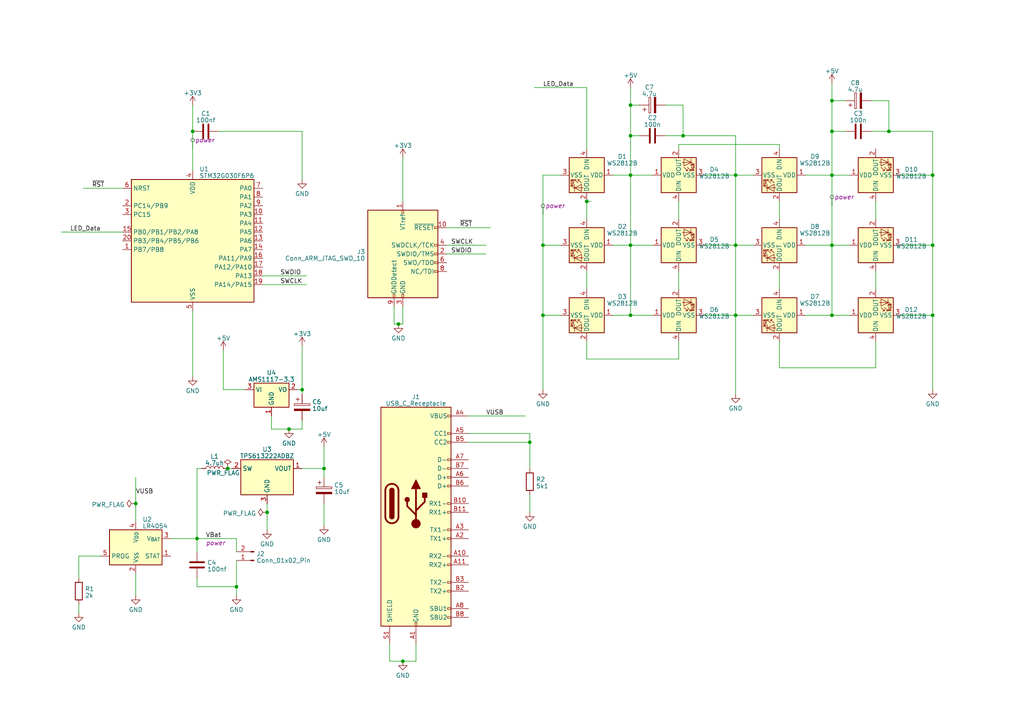
<source format=kicad_sch>
(kicad_sch (version 20230121) (generator eeschema)
  (paper "A4")
  (lib_symbols
    (symbol "Battery_Management:MCP73831-2-OT"
      (property "Reference" "U" (at -7.62 6.35 0))
      (property "Value" "MCP73831-2-OT" (at 1.27 6.35 0))
      (symbol "MCP73831-2-OT_0_1"
        (rectangle (start -7.62 5.08) (end 7.62 -5.08) (stroke (width 0.254)) (fill (type background)))
      )
      (symbol "MCP73831-2-OT_1_1"
        (pin output line (at 10.16 -2.54 180) (length 2.54) (name "STAT") (number "1"))
        (pin power_in line (at 0 -7.62 90) (length 2.54) (name "V_{SS}") (number "2"))
        (pin power_out line (at 10.16 2.54 180) (length 2.54) (name "V_{BAT}") (number "3"))
        (pin power_in line (at 0 7.62 270) (length 2.54) (name "V_{DD}") (number "4"))
        (pin input line (at -10.16 -2.54 0) (length 2.54) (name "PROG") (number "5"))
      )
    )
    (symbol "Connector:Conn_01x02_Pin" (pin_names (offset 1.016) hide)
      (property "Reference" "J" (at 0 2.54 0))
      (property "Value" "Conn_01x02_Pin" (at 0 -5.08 0))
      (symbol "Conn_01x02_Pin_1_1"
        (polyline (pts (xy 1.27 -2.54) (xy 0.8636 -2.54)) (stroke (width 0.1524)))
        (polyline (pts (xy 1.27 0) (xy 0.8636 0)) (stroke (width 0.1524)))
        (rectangle (start 0.8636 -2.413) (end 0 -2.667) (stroke (width 0.1524)) (fill (type outline)))
        (rectangle (start 0.8636 0.127) (end 0 -0.127) (stroke (width 0.1524)) (fill (type outline)))
        (pin passive line (at 5.08 0 180) (length 3.81) (name "Pin_1") (number "1"))
        (pin passive line (at 5.08 -2.54 180) (length 3.81) (name "Pin_2") (number "2"))
      )
    )
    (symbol "Connector:Conn_ARM_JTAG_SWD_10" (pin_names (offset 1.016))
      (property "Reference" "J" (at -2.54 16.51 0))
      (property "Value" "Conn_ARM_JTAG_SWD_10" (at -2.54 13.97 0))
      (symbol "Conn_ARM_JTAG_SWD_10_0_1"
        (rectangle (start -10.16 12.7) (end 10.16 -12.7) (stroke (width 0.254)) (fill (type background)))
        (rectangle (start -2.794 -12.7) (end -2.286 -11.684))
        (rectangle (start -0.254 -12.7) (end 0.254 -11.684))
        (rectangle (start -0.254 12.7) (end 0.254 11.684))
        (rectangle (start 9.144 2.286) (end 10.16 2.794))
        (rectangle (start 10.16 -2.794) (end 9.144 -2.286))
        (rectangle (start 10.16 -0.254) (end 9.144 0.254))
        (rectangle (start 10.16 7.874) (end 9.144 7.366))
      )
      (symbol "Conn_ARM_JTAG_SWD_10_1_1"
        (rectangle (start 9.144 -5.334) (end 10.16 -4.826))
        (pin power_in line (at 0 15.24 270) (length 2.54) (name "VTref") (number "1"))
        (pin open_collector line (at 12.7 7.62 180) (length 2.54) (name "~{RESET}") (number "10"))
        (pin bidirectional line (at 12.7 0 180) (length 2.54) (name "SWDIO/TMS") (number "2"))
        (pin power_in line (at 0 -15.24 90) (length 2.54) (name "GND") (number "3"))
        (pin output line (at 12.7 2.54 180) (length 2.54) (name "SWDCLK/TCK") (number "4"))
        (pin passive line (at 0 -15.24 90) (length 2.54) hide (name "GND") (number "5"))
        (pin input line (at 12.7 -2.54 180) (length 2.54) (name "SWO/TDO") (number "6"))
        (pin no_connect line (at -10.16 0 0) (length 2.54) hide (name "KEY") (number "7"))
        (pin output line (at 12.7 -5.08 180) (length 2.54) (name "NC/TDI") (number "8"))
        (pin passive line (at -2.54 -15.24 90) (length 2.54) (name "GNDDetect") (number "9"))
      )
    )
    (symbol "Connector:USB_C_Receptacle" (pin_names (offset 1.016))
      (property "Reference" "J" (at -10.16 29.21 0))
      (property "Value" "USB_C_Receptacle" (at 10.16 29.21 0))
      (symbol "USB_C_Receptacle_0_0"
        (rectangle (start -0.254 -35.56) (end 0.254 -34.544))
        (rectangle (start 10.16 -32.766) (end 9.144 -33.274))
        (rectangle (start 10.16 -30.226) (end 9.144 -30.734))
        (rectangle (start 10.16 -25.146) (end 9.144 -25.654))
        (rectangle (start 10.16 -22.606) (end 9.144 -23.114))
        (rectangle (start 10.16 -17.526) (end 9.144 -18.034))
        (rectangle (start 10.16 -14.986) (end 9.144 -15.494))
        (rectangle (start 10.16 -9.906) (end 9.144 -10.414))
        (rectangle (start 10.16 -7.366) (end 9.144 -7.874))
        (rectangle (start 10.16 -2.286) (end 9.144 -2.794))
        (rectangle (start 10.16 0.254) (end 9.144 -0.254))
        (rectangle (start 10.16 5.334) (end 9.144 4.826))
        (rectangle (start 10.16 7.874) (end 9.144 7.366))
        (rectangle (start 10.16 10.414) (end 9.144 9.906))
        (rectangle (start 10.16 12.954) (end 9.144 12.446))
        (rectangle (start 10.16 18.034) (end 9.144 17.526))
        (rectangle (start 10.16 20.574) (end 9.144 20.066))
        (rectangle (start 10.16 25.654) (end 9.144 25.146))
      )
      (symbol "USB_C_Receptacle_0_1"
        (rectangle (start -10.16 27.94) (end 10.16 -35.56) (stroke (width 0.254)) (fill (type background)))
        (arc (start -8.89 -3.81) (mid -6.985 -5.7067) (end -5.08 -3.81) (stroke (width 0.508)))
        (arc (start -7.62 -3.81) (mid -6.985 -4.4423) (end -6.35 -3.81) (stroke (width 0.254)))
        (arc (start -7.62 -3.81) (mid -6.985 -4.4423) (end -6.35 -3.81) (stroke (width 0.254)) (fill (type outline)))
        (rectangle (start -7.62 -3.81) (end -6.35 3.81) (stroke (width 0.254)) (fill (type outline)))
        (arc (start -6.35 3.81) (mid -6.985 4.4423) (end -7.62 3.81) (stroke (width 0.254)))
        (arc (start -6.35 3.81) (mid -6.985 4.4423) (end -7.62 3.81) (stroke (width 0.254)) (fill (type outline)))
        (arc (start -5.08 3.81) (mid -6.985 5.7067) (end -8.89 3.81) (stroke (width 0.508)))
        (polyline (pts (xy -8.89 -3.81) (xy -8.89 3.81)) (stroke (width 0.508)))
        (polyline (pts (xy -5.08 3.81) (xy -5.08 -3.81)) (stroke (width 0.508)))
      )
      (symbol "USB_C_Receptacle_1_1"
        (circle (center -2.54 1.143) (radius 0.635) (stroke (width 0.254)) (fill (type outline)))
        (circle (center 0 -5.842) (radius 1.27) (fill (type outline)))
        (polyline (pts (xy 0 -5.842) (xy 0 4.318)) (stroke (width 0.508)))
        (polyline (pts (xy 0 -3.302) (xy -2.54 -0.762) (xy -2.54 0.508)) (stroke (width 0.508)))
        (polyline (pts (xy 0 -2.032) (xy 2.54 0.508) (xy 2.54 1.778)) (stroke (width 0.508)))
        (polyline (pts (xy -1.27 4.318) (xy 0 6.858) (xy 1.27 4.318) (xy -1.27 4.318)) (stroke (width 0.254)) (fill (type outline)))
        (rectangle (start 1.905 1.778) (end 3.175 3.048) (stroke (width 0.254)) (fill (type outline)))
        (pin passive line (at 0 -40.64 90) (length 5.08) (name "GND") (number "A1"))
        (pin bidirectional line (at 15.24 -15.24 180) (length 5.08) (name "RX2-") (number "A10"))
        (pin bidirectional line (at 15.24 -17.78 180) (length 5.08) (name "RX2+") (number "A11"))
        (pin passive line (at 0 -40.64 90) (length 5.08) hide (name "GND") (number "A12"))
        (pin bidirectional line (at 15.24 -10.16 180) (length 5.08) (name "TX1+") (number "A2"))
        (pin bidirectional line (at 15.24 -7.62 180) (length 5.08) (name "TX1-") (number "A3"))
        (pin passive line (at 15.24 25.4 180) (length 5.08) (name "VBUS") (number "A4"))
        (pin bidirectional line (at 15.24 20.32 180) (length 5.08) (name "CC1") (number "A5"))
        (pin bidirectional line (at 15.24 7.62 180) (length 5.08) (name "D+") (number "A6"))
        (pin bidirectional line (at 15.24 12.7 180) (length 5.08) (name "D-") (number "A7"))
        (pin bidirectional line (at 15.24 -30.48 180) (length 5.08) (name "SBU1") (number "A8"))
        (pin passive line (at 15.24 25.4 180) (length 5.08) hide (name "VBUS") (number "A9"))
        (pin passive line (at 0 -40.64 90) (length 5.08) hide (name "GND") (number "B1"))
        (pin bidirectional line (at 15.24 0 180) (length 5.08) (name "RX1-") (number "B10"))
        (pin bidirectional line (at 15.24 -2.54 180) (length 5.08) (name "RX1+") (number "B11"))
        (pin passive line (at 0 -40.64 90) (length 5.08) hide (name "GND") (number "B12"))
        (pin bidirectional line (at 15.24 -25.4 180) (length 5.08) (name "TX2+") (number "B2"))
        (pin bidirectional line (at 15.24 -22.86 180) (length 5.08) (name "TX2-") (number "B3"))
        (pin passive line (at 15.24 25.4 180) (length 5.08) hide (name "VBUS") (number "B4"))
        (pin bidirectional line (at 15.24 17.78 180) (length 5.08) (name "CC2") (number "B5"))
        (pin bidirectional line (at 15.24 5.08 180) (length 5.08) (name "D+") (number "B6"))
        (pin bidirectional line (at 15.24 10.16 180) (length 5.08) (name "D-") (number "B7"))
        (pin bidirectional line (at 15.24 -33.02 180) (length 5.08) (name "SBU2") (number "B8"))
        (pin passive line (at 15.24 25.4 180) (length 5.08) hide (name "VBUS") (number "B9"))
        (pin passive line (at -7.62 -40.64 90) (length 5.08) (name "SHIELD") (number "S1"))
      )
    )
    (symbol "Device:C" (pin_numbers hide) (pin_names (offset 0.254))
      (property "Reference" "C" (at 0.635 2.54 0))
      (property "Value" "C" (at 0.635 -2.54 0))
      (symbol "C_0_1"
        (polyline (pts (xy -2.032 -0.762) (xy 2.032 -0.762)) (stroke (width 0.508)))
        (polyline (pts (xy -2.032 0.762) (xy 2.032 0.762)) (stroke (width 0.508)))
      )
      (symbol "C_1_1"
        (pin passive line (at 0 3.81 270) (length 2.794) (name "~") (number "1"))
        (pin passive line (at 0 -3.81 90) (length 2.794) (name "~") (number "2"))
      )
    )
    (symbol "Device:C_Polarized" (pin_numbers hide) (pin_names (offset 0.254))
      (property "Reference" "C" (at 0.635 2.54 0))
      (property "Value" "C_Polarized" (at 0.635 -2.54 0))
      (symbol "C_Polarized_0_1"
        (rectangle (start -2.286 0.508) (end 2.286 1.016))
        (polyline (pts (xy -1.778 2.286) (xy -0.762 2.286)))
        (polyline (pts (xy -1.27 2.794) (xy -1.27 1.778)))
        (rectangle (start 2.286 -0.508) (end -2.286 -1.016) (fill (type outline)))
      )
      (symbol "C_Polarized_1_1"
        (pin passive line (at 0 3.81 270) (length 2.794) (name "~") (number "1"))
        (pin passive line (at 0 -3.81 90) (length 2.794) (name "~") (number "2"))
      )
    )
    (symbol "Device:L" (pin_numbers hide) (pin_names (offset 1.016) hide)
      (property "Reference" "L" (at -1.27 0 90))
      (property "Value" "L" (at 1.905 0 90))
      (symbol "L_0_1"
        (arc (start 0 -2.54) (mid 0.6323 -1.905) (end 0 -1.27))
        (arc (start 0 -1.27) (mid 0.6323 -0.635) (end 0 0))
        (arc (start 0 0) (mid 0.6323 0.635) (end 0 1.27))
        (arc (start 0 1.27) (mid 0.6323 1.905) (end 0 2.54))
      )
      (symbol "L_1_1"
        (pin passive line (at 0 3.81 270) (length 1.27) (name "1") (number "1"))
        (pin passive line (at 0 -3.81 90) (length 1.27) (name "2") (number "2"))
      )
    )
    (symbol "Device:R" (pin_numbers hide) (pin_names (offset 0))
      (property "Reference" "R" (at 2.032 0 90))
      (property "Value" "R" (at 0 0 90))
      (symbol "R_0_1"
        (rectangle (start -1.016 -2.54) (end 1.016 2.54) (stroke (width 0.254)))
      )
      (symbol "R_1_1"
        (pin passive line (at 0 3.81 270) (length 1.27) (name "~") (number "1"))
        (pin passive line (at 0 -3.81 90) (length 1.27) (name "~") (number "2"))
      )
    )
    (symbol "LED:WS2812B" (pin_names (offset 0.254))
      (property "Reference" "D" (at 5.08 5.715 0))
      (property "Value" "WS2812B" (at 1.27 -5.715 0))
      (symbol "WS2812B_0_0"
        (text "RGB" (at 2.286 -4.191 0) (effects (font (size 0.762 0.762))))
      )
      (symbol "WS2812B_0_1"
        (polyline (pts (xy 1.27 -3.556) (xy 1.778 -3.556)))
        (polyline (pts (xy 1.27 -2.54) (xy 1.778 -2.54)))
        (polyline (pts (xy 4.699 -3.556) (xy 2.667 -3.556)))
        (polyline (pts (xy 2.286 -2.54) (xy 1.27 -3.556) (xy 1.27 -3.048)))
        (polyline (pts (xy 2.286 -1.524) (xy 1.27 -2.54) (xy 1.27 -2.032)))
        (polyline (pts (xy 3.683 -1.016) (xy 3.683 -3.556) (xy 3.683 -4.064)))
        (polyline (pts (xy 4.699 -1.524) (xy 2.667 -1.524) (xy 3.683 -3.556) (xy 4.699 -1.524)))
        (rectangle (start 5.08 5.08) (end -5.08 -5.08) (stroke (width 0.254)) (fill (type background)))
      )
      (symbol "WS2812B_1_1"
        (pin power_in line (at 0 7.62 270) (length 2.54) (name "VDD") (number "1"))
        (pin output line (at 7.62 0 180) (length 2.54) (name "DOUT") (number "2"))
        (pin power_in line (at 0 -7.62 90) (length 2.54) (name "VSS") (number "3"))
        (pin input line (at -7.62 0 0) (length 2.54) (name "DIN") (number "4"))
      )
    )
    (symbol "MCU_ST_STM32G0:STM32G030F6Px"
      (property "Reference" "U" (at -17.78 19.05 0))
      (property "Value" "STM32G030F6Px" (at 2.54 19.05 0))
      (symbol "STM32G030F6Px_0_1"
        (rectangle (start -17.78 -17.78) (end 17.78 17.78) (stroke (width 0.254)) (fill (type background)))
      )
      (symbol "STM32G030F6Px_1_1"
        (pin bidirectional line (at -20.32 -2.54 0) (length 2.54) (name "PB7/PB8") (number "1"))
        (pin bidirectional line (at 20.32 7.62 180) (length 2.54) (name "PA3") (number "10"))
        (pin bidirectional line (at 20.32 5.08 180) (length 2.54) (name "PA4") (number "11"))
        (pin bidirectional line (at 20.32 2.54 180) (length 2.54) (name "PA5") (number "12"))
        (pin bidirectional line (at 20.32 0 180) (length 2.54) (name "PA6") (number "13"))
        (pin bidirectional line (at 20.32 -2.54 180) (length 2.54) (name "PA7") (number "14"))
        (pin bidirectional line (at -20.32 2.54 0) (length 2.54) (name "PB0/PB1/PB2/PA8") (number "15"))
        (pin bidirectional line (at 20.32 -5.08 180) (length 2.54) (name "PA11/PA9") (number "16"))
        (pin bidirectional line (at 20.32 -7.62 180) (length 2.54) (name "PA12/PA10") (number "17"))
        (pin bidirectional line (at 20.32 -10.16 180) (length 2.54) (name "PA13") (number "18"))
        (pin bidirectional line (at 20.32 -12.7 180) (length 2.54) (name "PA14/PA15") (number "19"))
        (pin bidirectional line (at -20.32 10.16 0) (length 2.54) (name "PC14/PB9") (number "2"))
        (pin bidirectional line (at -20.32 0 0) (length 2.54) (name "PB3/PB4/PB5/PB6") (number "20"))
        (pin bidirectional line (at -20.32 7.62 0) (length 2.54) (name "PC15") (number "3"))
        (pin power_in line (at 0 20.32 270) (length 2.54) (name "VDD") (number "4"))
        (pin power_in line (at 0 -20.32 90) (length 2.54) (name "VSS") (number "5"))
        (pin input line (at -20.32 15.24 0) (length 2.54) (name "NRST") (number "6"))
        (pin bidirectional line (at 20.32 15.24 180) (length 2.54) (name "PA0") (number "7"))
        (pin bidirectional line (at 20.32 12.7 180) (length 2.54) (name "PA1") (number "8"))
        (pin bidirectional line (at 20.32 10.16 180) (length 2.54) (name "PA2") (number "9"))
      )
    )
    (symbol "Regulator_Linear:AMS1117-3.3"
      (property "Reference" "U" (at -3.81 3.175 0))
      (property "Value" "AMS1117-3.3" (at 0 3.175 0))
      (symbol "AMS1117-3.3_0_1"
        (rectangle (start -5.08 -5.08) (end 5.08 1.905) (stroke (width 0.254)) (fill (type background)))
      )
      (symbol "AMS1117-3.3_1_1"
        (pin power_in line (at 0 -7.62 90) (length 2.54) (name "GND") (number "1"))
        (pin power_out line (at 7.62 0 180) (length 2.54) (name "VO") (number "2"))
        (pin power_in line (at -7.62 0 0) (length 2.54) (name "VI") (number "3"))
      )
    )
    (symbol "Regulator_Switching:TPS613222ADBZ"
      (property "Reference" "U" (at -7.62 6.35 0))
      (property "Value" "TPS613222ADBZ" (at 2.54 6.35 0))
      (symbol "TPS613222ADBZ_0_1"
        (rectangle (start -7.62 5.08) (end 7.62 -5.08) (stroke (width 0.254)) (fill (type background)))
      )
      (symbol "TPS613222ADBZ_1_1"
        (pin power_out line (at 10.16 2.54 180) (length 2.54) (name "VOUT") (number "1"))
        (pin power_in line (at -10.16 2.54 0) (length 2.54) (name "SW") (number "2"))
        (pin power_in line (at 0 -7.62 90) (length 2.54) (name "GND") (number "3"))
      )
    )
    (symbol "power:+3V3" (power) (pin_names (offset 0))
      (property "Value" "+3V3" (at 0 3.556 0))
      (symbol "+3V3_0_1"
        (polyline (pts (xy -0.762 1.27) (xy 0 2.54)))
        (polyline (pts (xy 0 0) (xy 0 2.54)))
        (polyline (pts (xy 0 2.54) (xy 0.762 1.27)))
      )
      (symbol "+3V3_1_1"
        (pin power_in line (at 0 0 90) (length 0) hide (name "+3V3") (number "1"))
      )
    )
    (symbol "power:+5V" (power) (pin_names (offset 0))
      (property "Value" "+5V" (at 0 3.556 0))
      (symbol "+5V_0_1"
        (polyline (pts (xy -0.762 1.27) (xy 0 2.54)))
        (polyline (pts (xy 0 0) (xy 0 2.54)))
        (polyline (pts (xy 0 2.54) (xy 0.762 1.27)))
      )
      (symbol "+5V_1_1"
        (pin power_in line (at 0 0 90) (length 0) hide (name "+5V") (number "1"))
      )
    )
    (symbol "power:GND" (power) (pin_names (offset 0))
      (property "Value" "GND" (at 0 -3.81 0))
      (symbol "GND_0_1"
        (polyline (pts (xy 0 0) (xy 0 -1.27) (xy 1.27 -1.27) (xy 0 -2.54) (xy -1.27 -1.27) (xy 0 -1.27)))
      )
      (symbol "GND_1_1"
        (pin power_in line (at 0 0 270) (length 0) hide (name "GND") (number "1"))
      )
    )
    (symbol "power:PWR_FLAG" (power) (pin_numbers hide) (pin_names (offset 0) hide)
      (property "Value" "PWR_FLAG" (at 0 3.81 0))
      (symbol "PWR_FLAG_0_0"
        (pin power_out line (at 0 0 90) (length 0) (name "pwr") (number "1"))
      )
      (symbol "PWR_FLAG_0_1"
        (polyline (pts (xy 0 0) (xy 0 1.27) (xy -1.016 1.905) (xy 0 2.54) (xy 1.016 1.905) (xy 0 1.27)))
      )
    )
  )
  (junction (at 198.12 39.37))
  (junction (at 182.88 39.37))
  (junction (at 213.36 50.8))
  (junction (at 153.67 128.27))
  (junction (at 68.58 170.18))
  (junction (at 83.82 124.46))
  (junction (at 39.37 146.05))
  (junction (at 182.88 91.44))
  (junction (at 241.3 91.44))
  (junction (at 182.88 71.12))
  (junction (at 93.98 135.89))
  (junction (at 182.88 30.48))
  (junction (at 213.36 91.44))
  (junction (at 270.51 91.44))
  (junction (at 157.48 71.12))
  (junction (at 115.57 93.98))
  (junction (at 87.63 113.03))
  (junction (at 241.3 38.1))
  (junction (at 270.51 50.8))
  (junction (at 182.88 50.8))
  (junction (at 57.15 156.21))
  (junction (at 66.04 135.89))
  (junction (at 213.36 71.12))
  (junction (at 55.88 38.1))
  (junction (at 157.48 91.44))
  (junction (at 257.81 38.1))
  (junction (at 77.47 148.59))
  (junction (at 116.84 191.77))
  (junction (at 241.3 71.12))
  (junction (at 170.18 58.42))
  (junction (at 241.3 50.8))
  (junction (at 270.51 71.12))
  (junction (at 241.3 29.21))
  (wire (pts (xy 204.47 91.44) (xy 213.36 91.44)))
  (wire (pts (xy 241.3 91.44) (xy 246.38 91.44)))
  (wire (pts (xy 252.73 38.1) (xy 257.81 38.1)))
  (wire (pts (xy 170.18 58.42) (xy 170.18 63.5)))
  (wire (pts (xy 241.3 29.21) (xy 241.3 38.1)))
  (wire (pts (xy 213.36 71.12) (xy 218.44 71.12)))
  (wire (pts (xy 116.84 45.72) (xy 116.84 58.42)))
  (wire (pts (xy 226.06 41.91) (xy 226.06 43.18)))
  (wire (pts (xy 57.15 135.89) (xy 58.42 135.89)))
  (wire (pts (xy 153.67 128.27) (xy 153.67 135.89)))
  (wire (pts (xy 93.98 135.89) (xy 93.98 138.43)))
  (wire (pts (xy 213.36 91.44) (xy 213.36 114.3)))
  (wire (pts (xy 87.63 38.1) (xy 87.63 52.07)))
  (wire (pts (xy 157.48 91.44) (xy 162.56 91.44)))
  (wire (pts (xy 17.78 67.31) (xy 35.56 67.31)))
  (wire (pts (xy 55.88 38.1) (xy 55.88 49.53)))
  (wire (pts (xy 71.12 113.03) (xy 64.77 113.03)))
  (wire (pts (xy 177.8 50.8) (xy 182.88 50.8)))
  (wire (pts (xy 204.47 50.8) (xy 213.36 50.8)))
  (wire (pts (xy 87.63 135.89) (xy 93.98 135.89)))
  (wire (pts (xy 170.18 78.74) (xy 170.18 83.82)))
  (wire (pts (xy 270.51 50.8) (xy 270.51 71.12)))
  (wire (pts (xy 182.88 71.12) (xy 189.23 71.12)))
  (wire (pts (xy 226.06 78.74) (xy 226.06 83.82)))
  (wire (pts (xy 87.63 113.03) (xy 87.63 100.33)))
  (wire (pts (xy 120.65 186.69) (xy 120.65 191.77)))
  (wire (pts (xy 157.48 50.8) (xy 157.48 71.12)))
  (wire (pts (xy 257.81 38.1) (xy 270.51 38.1)))
  (wire (pts (xy 226.06 58.42) (xy 226.06 63.5)))
  (wire (pts (xy 129.54 73.66) (xy 140.97 73.66)))
  (wire (pts (xy 182.88 25.4) (xy 182.88 30.48)))
  (wire (pts (xy 68.58 162.56) (xy 68.58 170.18)))
  (wire (pts (xy 93.98 129.54) (xy 93.98 135.89)))
  (wire (pts (xy 170.18 43.18) (xy 170.18 25.4)))
  (wire (pts (xy 64.77 101.6) (xy 64.77 113.03)))
  (wire (pts (xy 233.68 50.8) (xy 241.3 50.8)))
  (wire (pts (xy 182.88 30.48) (xy 185.42 30.48)))
  (wire (pts (xy 226.06 106.68) (xy 254 106.68)))
  (wire (pts (xy 254 78.74) (xy 254 83.82)))
  (wire (pts (xy 257.81 29.21) (xy 257.81 38.1)))
  (wire (pts (xy 135.89 120.65) (xy 152.4 120.65)))
  (wire (pts (xy 252.73 29.21) (xy 257.81 29.21)))
  (wire (pts (xy 29.21 161.29) (xy 22.86 161.29)))
  (wire (pts (xy 129.54 71.12) (xy 140.97 71.12)))
  (wire (pts (xy 57.15 170.18) (xy 68.58 170.18)))
  (wire (pts (xy 241.3 50.8) (xy 241.3 71.12)))
  (wire (pts (xy 87.63 124.46) (xy 83.82 124.46)))
  (wire (pts (xy 241.3 24.13) (xy 241.3 29.21)))
  (wire (pts (xy 182.88 71.12) (xy 182.88 91.44)))
  (wire (pts (xy 233.68 91.44) (xy 241.3 91.44)))
  (wire (pts (xy 261.62 50.8) (xy 270.51 50.8)))
  (wire (pts (xy 116.84 191.77) (xy 120.65 191.77)))
  (wire (pts (xy 233.68 71.12) (xy 241.3 71.12)))
  (wire (pts (xy 261.62 71.12) (xy 270.51 71.12)))
  (wire (pts (xy 76.2 82.55) (xy 88.9 82.55)))
  (wire (pts (xy 162.56 50.8) (xy 157.48 50.8)))
  (wire (pts (xy 87.63 113.03) (xy 86.36 113.03)))
  (wire (pts (xy 204.47 71.12) (xy 213.36 71.12)))
  (wire (pts (xy 226.06 99.06) (xy 226.06 106.68)))
  (wire (pts (xy 241.3 29.21) (xy 245.11 29.21)))
  (wire (pts (xy 78.74 124.46) (xy 78.74 120.65)))
  (wire (pts (xy 39.37 166.37) (xy 39.37 172.72)))
  (wire (pts (xy 193.04 30.48) (xy 198.12 30.48)))
  (wire (pts (xy 177.8 71.12) (xy 182.88 71.12)))
  (wire (pts (xy 57.15 156.21) (xy 68.58 156.21)))
  (wire (pts (xy 270.51 91.44) (xy 270.51 113.03)))
  (wire (pts (xy 213.36 91.44) (xy 218.44 91.44)))
  (wire (pts (xy 135.89 125.73) (xy 153.67 125.73)))
  (wire (pts (xy 116.84 88.9) (xy 116.84 93.98)))
  (wire (pts (xy 87.63 113.03) (xy 87.63 114.3)))
  (wire (pts (xy 157.48 71.12) (xy 157.48 91.44)))
  (wire (pts (xy 196.85 41.91) (xy 226.06 41.91)))
  (wire (pts (xy 241.3 71.12) (xy 241.3 91.44)))
  (wire (pts (xy 196.85 43.18) (xy 196.85 41.91)))
  (wire (pts (xy 57.15 135.89) (xy 57.15 156.21)))
  (wire (pts (xy 182.88 91.44) (xy 189.23 91.44)))
  (wire (pts (xy 157.48 71.12) (xy 162.56 71.12)))
  (wire (pts (xy 66.04 135.89) (xy 67.31 135.89)))
  (wire (pts (xy 198.12 39.37) (xy 213.36 39.37)))
  (wire (pts (xy 254 63.5) (xy 254 58.42)))
  (wire (pts (xy 170.18 104.14) (xy 196.85 104.14)))
  (wire (pts (xy 22.86 175.26) (xy 22.86 177.8)))
  (wire (pts (xy 196.85 104.14) (xy 196.85 99.06)))
  (wire (pts (xy 171.45 58.42) (xy 170.18 58.42)))
  (wire (pts (xy 114.3 93.98) (xy 115.57 93.98)))
  (wire (pts (xy 182.88 50.8) (xy 189.23 50.8)))
  (wire (pts (xy 193.04 39.37) (xy 198.12 39.37)))
  (wire (pts (xy 241.3 71.12) (xy 246.38 71.12)))
  (wire (pts (xy 115.57 93.98) (xy 116.84 93.98)))
  (wire (pts (xy 198.12 30.48) (xy 198.12 39.37)))
  (wire (pts (xy 129.54 66.04) (xy 142.24 66.04)))
  (wire (pts (xy 261.62 91.44) (xy 270.51 91.44)))
  (wire (pts (xy 57.15 156.21) (xy 57.15 160.02)))
  (wire (pts (xy 182.88 50.8) (xy 182.88 71.12)))
  (wire (pts (xy 39.37 146.05) (xy 39.37 151.13)))
  (wire (pts (xy 177.8 91.44) (xy 182.88 91.44)))
  (wire (pts (xy 153.67 125.73) (xy 153.67 128.27)))
  (wire (pts (xy 270.51 38.1) (xy 270.51 50.8)))
  (wire (pts (xy 55.88 30.48) (xy 55.88 38.1)))
  (wire (pts (xy 22.86 161.29) (xy 22.86 167.64)))
  (wire (pts (xy 241.3 38.1) (xy 245.11 38.1)))
  (wire (pts (xy 213.36 50.8) (xy 218.44 50.8)))
  (wire (pts (xy 113.03 186.69) (xy 113.03 191.77)))
  (wire (pts (xy 55.88 90.17) (xy 55.88 109.22)))
  (wire (pts (xy 77.47 146.05) (xy 77.47 148.59)))
  (wire (pts (xy 196.85 83.82) (xy 196.85 78.74)))
  (wire (pts (xy 93.98 146.05) (xy 93.98 152.4)))
  (wire (pts (xy 213.36 71.12) (xy 213.36 91.44)))
  (wire (pts (xy 270.51 71.12) (xy 270.51 91.44)))
  (wire (pts (xy 241.3 38.1) (xy 241.3 50.8)))
  (wire (pts (xy 213.36 39.37) (xy 213.36 50.8)))
  (wire (pts (xy 157.48 91.44) (xy 157.48 113.03)))
  (wire (pts (xy 182.88 39.37) (xy 185.42 39.37)))
  (wire (pts (xy 76.2 80.01) (xy 88.9 80.01)))
  (wire (pts (xy 153.67 143.51) (xy 153.67 148.59)))
  (wire (pts (xy 63.5 38.1) (xy 87.63 38.1)))
  (wire (pts (xy 254 106.68) (xy 254 99.06)))
  (wire (pts (xy 24.13 54.61) (xy 35.56 54.61)))
  (wire (pts (xy 241.3 50.8) (xy 246.38 50.8)))
  (wire (pts (xy 182.88 39.37) (xy 182.88 50.8)))
  (wire (pts (xy 68.58 156.21) (xy 68.58 160.02)))
  (wire (pts (xy 135.89 128.27) (xy 153.67 128.27)))
  (wire (pts (xy 49.53 156.21) (xy 57.15 156.21)))
  (wire (pts (xy 77.47 148.59) (xy 77.47 153.67)))
  (wire (pts (xy 154.94 25.4) (xy 170.18 25.4)))
  (wire (pts (xy 68.58 170.18) (xy 68.58 172.72)))
  (wire (pts (xy 39.37 138.43) (xy 39.37 146.05)))
  (wire (pts (xy 87.63 121.92) (xy 87.63 124.46)))
  (wire (pts (xy 114.3 88.9) (xy 114.3 93.98)))
  (wire (pts (xy 83.82 124.46) (xy 78.74 124.46)))
  (wire (pts (xy 182.88 30.48) (xy 182.88 39.37)))
  (wire (pts (xy 113.03 191.77) (xy 116.84 191.77)))
  (wire (pts (xy 57.15 167.64) (xy 57.15 170.18)))
  (wire (pts (xy 196.85 58.42) (xy 196.85 63.5)))
  (wire (pts (xy 170.18 99.06) (xy 170.18 104.14)))
  (wire (pts (xy 213.36 50.8) (xy 213.36 71.12)))
  (label "SWDIO" (at 130.81 73.66 0))
  (label "VUSB" (at 140.97 120.65 0))
  (label "SWCLK" (at 130.81 71.12 0))
  (label "~{RST}" (at 133.35 66.04 0))
  (label "~{RST}" (at 26.67 54.61 0))
  (label "LED_Data" (at 20.32 67.31 0))
  (label "LED_Data" (at 157.48 25.4 0))
  (label "VUSB" (at 39.37 143.51 0))
  (label "SWCLK" (at 81.28 82.55 0))
  (label "VBat" (at 59.69 156.21 0) (property "Netclass" "power" (at 59.69 157.48 0) (effects (font italic) (justify left))))
  (label "SWDIO" (at 81.28 80.01 0))
  (netclass_flag "" (length 2.54) (shape round) (at 157.48 62.23 0) (property "Netclass" "power" (at 158.1785 59.69 0) (effects (font italic) (justify left))))
  (netclass_flag "" (length 2.54) (shape round) (at 241.3 59.69 0) (property "Netclass" "power" (at 241.9985 57.15 0) (effects (font italic) (justify left))))
  (netclass_flag "" (length 2.54) (shape round) (at 55.88 43.18 0) (property "Netclass" "power" (at 56.5785 40.64 0) (effects (font italic) (justify left))))
  (symbol (lib_id "power:GND") (at 116.84 191.77 0) (unit 1)
    (property "Reference" "#PWR011" (effects hide))
    (property "Value" "GND" (at 116.84 195.9055 0))
  )
  (symbol (lib_id "power:GND") (at 77.47 153.67 0) (unit 1)
    (property "Reference" "#PWR013" (effects hide))
    (property "Value" "GND" (at 77.47 157.8055 0))
  )
  (symbol (lib_id "LED:WS2812B") (at 170.18 71.12 270) (unit 1)
    (property "Reference" "D2" (at 180.4779 65.7223 90))
    (property "Value" "WS2812B" (at 180.4779 67.6433 90))
    (property "Footprint" "LED_SMD:LED_WS2812B_PLCC4_5.0x5.0mm_P3.2mm" (effects hide))
    (property "Datasheet" "https://cdn-shop.adafruit.com/datasheets/WS2812B.pdf" (effects hide))
  )
  (symbol (lib_id "power:GND") (at 93.98 152.4 0) (unit 1)
    (property "Reference" "#PWR015" (effects hide))
    (property "Value" "GND" (at 93.98 156.5355 0))
  )
  (symbol (lib_id "power:GND") (at 68.58 172.72 0) (unit 1)
    (property "Reference" "#PWR09" (effects hide))
    (property "Value" "GND" (at 68.58 176.8555 0))
  )
  (symbol (lib_id "LED:WS2812B") (at 226.06 71.12 270) (unit 1)
    (property "Reference" "D8" (at 236.3579 65.7223 90))
    (property "Value" "WS2812B" (at 236.3579 67.6433 90))
    (property "Footprint" "LED_SMD:LED_WS2812B_PLCC4_5.0x5.0mm_P3.2mm" (effects hide))
    (property "Datasheet" "https://cdn-shop.adafruit.com/datasheets/WS2812B.pdf" (effects hide))
  )
  (symbol (lib_id "Device:C") (at 248.92 38.1 90) (unit 1)
    (property "Reference" "C3" (at 248.92 32.9311 90))
    (property "Value" "100n" (at 248.92 34.8521 90))
    (property "Footprint" "Capacitor_SMD:C_0603_1608Metric" (effects hide))
  )
  (symbol (lib_id "Connector:Conn_ARM_JTAG_SWD_10") (at 116.84 73.66 0) (unit 1)
    (property "Reference" "J3" (at 105.9181 73.0163 0) (effects (justify right)))
    (property "Value" "Conn_ARM_JTAG_SWD_10" (at 105.9181 74.9373 0) (effects (justify right)))
    (property "Footprint" "Connector_PinHeader_1.27mm:PinHeader_2x05_P1.27mm_Vertical_SMD" (effects hide))
    (property "Datasheet" "http://infocenter.arm.com/help/topic/com.arm.doc.ddi0314h/DDI0314H_coresight_components_trm.pdf" (effects hide))
  )
  (symbol (lib_id "power:GND") (at 22.86 177.8 0) (unit 1)
    (property "Reference" "#PWR012" (effects hide))
    (property "Value" "GND" (at 22.86 181.9355 0))
  )
  (symbol (lib_id "power:PWR_FLAG") (at 66.04 135.89 0) (unit 1)
    (property "Reference" "#FLG02" (effects hide))
    (property "Value" "PWR_FLAG" (at 64.77 137.16 0))
  )
  (symbol (lib_id "power:+3V3") (at 87.63 100.33 0) (unit 1)
    (property "Reference" "#PWR017" (effects hide))
    (property "Value" "+3V3" (at 87.63 96.8281 0))
  )
  (symbol (lib_id "power:+5V") (at 93.98 129.54 0) (unit 1)
    (property "Reference" "#PWR014" (effects hide))
    (property "Value" "+5V" (at 93.98 126.0381 0))
  )
  (symbol (lib_id "power:PWR_FLAG") (at 39.37 146.05 90) (unit 1)
    (property "Reference" "#FLG01" (effects hide))
    (property "Value" "PWR_FLAG" (at 36.1951 146.3668 90) (effects (justify left)))
  )
  (symbol (lib_id "power:GND") (at 83.82 124.46 0) (unit 1)
    (property "Reference" "#PWR018" (effects hide))
    (property "Value" "GND" (at 83.82 128.5955 0))
  )
  (symbol (lib_id "Device:C_Polarized") (at 93.98 142.24 0) (unit 1)
    (property "Reference" "C5" (at 96.901 140.7073 0) (effects (justify left)))
    (property "Value" "10uf" (at 96.901 142.6283 0) (effects (justify left)))
    (property "Footprint" "Capacitor_SMD:CP_Elec_5x3" (effects hide))
  )
  (symbol (lib_id "LED:WS2812B") (at 226.06 91.44 270) (unit 1)
    (property "Reference" "D7" (at 236.3579 86.0423 90))
    (property "Value" "WS2812B" (at 236.3579 87.9633 90))
    (property "Footprint" "LED_SMD:LED_WS2812B_PLCC4_5.0x5.0mm_P3.2mm" (effects hide))
    (property "Datasheet" "https://cdn-shop.adafruit.com/datasheets/WS2812B.pdf" (effects hide))
  )
  (symbol (lib_id "LED:WS2812B") (at 226.06 50.8 270) (unit 1)
    (property "Reference" "D9" (at 236.3579 45.4023 90))
    (property "Value" "WS2812B" (at 236.3579 47.3233 90))
    (property "Footprint" "LED_SMD:LED_WS2812B_PLCC4_5.0x5.0mm_P3.2mm" (effects hide))
    (property "Datasheet" "https://cdn-shop.adafruit.com/datasheets/WS2812B.pdf" (effects hide))
  )
  (symbol (lib_id "LED:WS2812B") (at 254 91.44 90) (unit 1)
    (property "Reference" "D12" (at 264.2979 89.8017 90))
    (property "Value" "WS2812B" (at 264.2979 91.7227 90))
    (property "Footprint" "LED_SMD:LED_WS2812B_PLCC4_5.0x5.0mm_P3.2mm" (effects hide))
    (property "Datasheet" "https://cdn-shop.adafruit.com/datasheets/WS2812B.pdf" (effects hide))
  )
  (symbol (lib_id "power:GND") (at 39.37 172.72 0) (unit 1)
    (property "Reference" "#PWR010" (effects hide))
    (property "Value" "GND" (at 39.37 176.8555 0))
  )
  (symbol (lib_id "power:PWR_FLAG") (at 77.47 148.59 90) (unit 1)
    (property "Reference" "#FLG03" (effects hide))
    (property "Value" "PWR_FLAG" (at 74.2951 148.9068 90) (effects (justify left)))
  )
  (symbol (lib_id "power:GND") (at 213.36 114.3 0) (unit 1)
    (property "Reference" "#PWR04" (effects hide))
    (property "Value" "GND" (at 213.36 118.4355 0))
  )
  (symbol (lib_id "Device:C") (at 59.69 38.1 90) (unit 1)
    (property "Reference" "C1" (at 59.69 32.9311 90))
    (property "Value" "100nf" (at 59.69 34.8521 90))
    (property "Footprint" "Capacitor_SMD:C_0603_1608Metric" (effects hide))
  )
  (symbol (lib_id "Regulator_Linear:AMS1117-3.3") (at 78.74 113.03 0) (unit 1)
    (property "Reference" "U4" (at 78.74 108.1151 0))
    (property "Value" "AMS1117-3.3" (at 78.74 110.0361 0))
    (property "Footprint" "Package_TO_SOT_SMD:SOT-89-3" (effects hide))
    (property "Datasheet" "http://www.advanced-monolithic.com/pdf/ds1117.pdf" (effects hide))
  )
  (symbol (lib_id "LED:WS2812B") (at 170.18 91.44 270) (unit 1)
    (property "Reference" "D3" (at 180.4779 86.0423 90))
    (property "Value" "WS2812B" (at 180.4779 87.9633 90))
    (property "Footprint" "LED_SMD:LED_WS2812B_PLCC4_5.0x5.0mm_P3.2mm" (effects hide))
    (property "Datasheet" "https://cdn-shop.adafruit.com/datasheets/WS2812B.pdf" (effects hide))
  )
  (symbol (lib_id "power:GND") (at 55.88 109.22 0) (unit 1)
    (property "Reference" "#PWR06" (effects hide))
    (property "Value" "GND" (at 55.88 113.3555 0))
  )
  (symbol (lib_id "power:GND") (at 87.63 52.07 0) (unit 1)
    (property "Reference" "#PWR08" (effects hide))
    (property "Value" "GND" (at 87.63 56.2055 0))
  )
  (symbol (lib_id "Battery_Management:MCP73831-2-OT") (at 39.37 158.75 0) (unit 1)
    (property "Reference" "U2" (at 41.3259 150.6601 0) (effects (justify left)))
    (property "Value" "LR4054" (at 41.3259 152.5811 0) (effects (justify left)))
    (property "Footprint" "Package_TO_SOT_SMD:SOT-23-5" (effects hide))
    (property "Datasheet" "https://datasheet.lcsc.com/lcsc/2212192008_LR-LR4054-T_C5336483.pdf" (effects hide))
  )
  (symbol (lib_id "power:GND") (at 115.57 93.98 0) (unit 1)
    (property "Reference" "#PWR019" (effects hide))
    (property "Value" "GND" (at 115.57 98.1155 0))
  )
  (symbol (lib_id "power:GND") (at 157.48 113.03 0) (unit 1)
    (property "Reference" "#PWR03" (effects hide))
    (property "Value" "GND" (at 157.48 117.1655 0))
  )
  (symbol (lib_id "power:+5V") (at 241.3 24.13 0) (unit 1)
    (property "Reference" "#PWR02" (effects hide))
    (property "Value" "+5V" (at 241.3 20.6281 0))
  )
  (symbol (lib_id "power:GND") (at 270.51 113.03 0) (unit 1)
    (property "Reference" "#PWR05" (effects hide))
    (property "Value" "GND" (at 270.51 117.1655 0))
  )
  (symbol (lib_id "power:GND") (at 153.67 148.59 0) (unit 1)
    (property "Reference" "#PWR021" (effects hide))
    (property "Value" "GND" (at 153.67 152.7255 0))
  )
  (symbol (lib_id "LED:WS2812B") (at 254 71.12 90) (unit 1)
    (property "Reference" "D11" (at 264.2979 69.4817 90))
    (property "Value" "WS2812B" (at 264.2979 71.4027 90))
    (property "Footprint" "LED_SMD:LED_WS2812B_PLCC4_5.0x5.0mm_P3.2mm" (effects hide))
    (property "Datasheet" "https://cdn-shop.adafruit.com/datasheets/WS2812B.pdf" (effects hide))
  )
  (symbol (lib_id "Device:C_Polarized") (at 248.92 29.21 90) (unit 1)
    (property "Reference" "C8" (at 248.031 24.0411 90))
    (property "Value" "4.7u" (at 248.031 25.9621 90))
    (property "Footprint" "Capacitor_SMD:CP_Elec_4x3" (effects hide))
  )
  (symbol (lib_id "Device:C") (at 189.23 39.37 90) (unit 1)
    (property "Reference" "C2" (at 189.23 34.2011 90))
    (property "Value" "100n" (at 189.23 36.1221 90))
    (property "Footprint" "Capacitor_SMD:C_0603_1608Metric" (effects hide))
  )
  (symbol (lib_id "LED:WS2812B") (at 170.18 50.8 270) (unit 1)
    (property "Reference" "D1" (at 180.4779 45.4023 90))
    (property "Value" "WS2812B" (at 180.4779 47.3233 90))
    (property "Footprint" "LED_SMD:LED_WS2812B_PLCC4_5.0x5.0mm_P3.2mm" (effects hide))
    (property "Datasheet" "https://cdn-shop.adafruit.com/datasheets/WS2812B.pdf" (effects hide))
  )
  (symbol (lib_id "LED:WS2812B") (at 196.85 91.44 90) (unit 1)
    (property "Reference" "D6" (at 207.1479 89.8017 90))
    (property "Value" "WS2812B" (at 207.1479 91.7227 90))
    (property "Footprint" "LED_SMD:LED_WS2812B_PLCC4_5.0x5.0mm_P3.2mm" (effects hide))
    (property "Datasheet" "https://cdn-shop.adafruit.com/datasheets/WS2812B.pdf" (effects hide))
  )
  (symbol (lib_id "MCU_ST_STM32G0:STM32G030F6Px") (at 55.88 69.85 0) (unit 1)
    (property "Reference" "U1" (at 57.8359 49.0601 0) (effects (justify left)))
    (property "Value" "STM32G030F6P6" (at 57.8359 50.9811 0) (effects (justify left)))
    (property "Footprint" "Package_SO:TSSOP-20_4.4x6.5mm_P0.65mm" (effects hide))
    (property "Datasheet" "https://www.st.com/resource/en/datasheet/stm32g030f6.pdf" (effects hide))
  )
  (symbol (lib_id "LED:WS2812B") (at 196.85 50.8 90) (unit 1)
    (property "Reference" "D4" (at 207.1479 49.1617 90))
    (property "Value" "WS2812B" (at 207.1479 51.0827 90))
    (property "Footprint" "LED_SMD:LED_WS2812B_PLCC4_5.0x5.0mm_P3.2mm" (effects hide))
    (property "Datasheet" "https://cdn-shop.adafruit.com/datasheets/WS2812B.pdf" (effects hide))
  )
  (symbol (lib_id "power:+5V") (at 182.88 25.4 0) (unit 1)
    (property "Reference" "#PWR01" (effects hide))
    (property "Value" "+5V" (at 182.88 21.8981 0))
  )
  (symbol (lib_id "Device:R") (at 153.67 139.7 0) (unit 1)
    (property "Reference" "R2" (at 155.448 139.0563 0) (effects (justify left)))
    (property "Value" "5k1" (at 155.448 140.9773 0) (effects (justify left)))
    (property "Footprint" "Resistor_SMD:R_0603_1608Metric" (effects hide))
  )
  (symbol (lib_id "Connector:USB_C_Receptacle") (at 120.65 146.05 0) (unit 1)
    (property "Reference" "J1" (at 120.65 115.1001 0))
    (property "Value" "USB_C_Receptacle" (at 120.65 117.0211 0))
    (property "Footprint" "Connector_USB:USB_C_Receptacle_GCT_USB4135-GF-A_6P_TopMnt_Horizontal" (effects hide))
    (property "Datasheet" "https://www.usb.org/sites/default/files/documents/usb_type-c.zip" (effects hide))
  )
  (symbol (lib_id "Device:L") (at 62.23 135.89 90) (unit 1)
    (property "Reference" "L1" (at 62.23 132.3747 90))
    (property "Value" "4.7uh" (at 62.23 134.2957 90))
    (property "Footprint" "Inductor_SMD:L_Murata_DFE201610P" (effects hide))
  )
  (symbol (lib_id "power:+5V") (at 64.77 101.6 0) (unit 1)
    (property "Reference" "#PWR016" (effects hide))
    (property "Value" "+5V" (at 64.77 98.0981 0))
  )
  (symbol (lib_id "Regulator_Switching:TPS613222ADBZ") (at 77.47 138.43 0) (unit 1)
    (property "Reference" "U3" (at 77.47 130.3401 0))
    (property "Value" "TPS613222ADBZ" (at 77.47 132.2611 0))
    (property "Footprint" "Package_TO_SOT_SMD:SOT-23" (effects hide))
    (property "Datasheet" "http://www.ti.com/lit/ds/symlink/tps61322.pdf" (effects hide))
  )
  (symbol (lib_id "Connector:Conn_01x02_Pin") (at 73.66 162.56 180) (unit 1)
    (property "Reference" "J2" (at 74.3712 160.6463 0) (effects (justify right)))
    (property "Value" "Conn_01x02_Pin" (at 74.3712 162.5673 0) (effects (justify right)))
    (property "Footprint" "Connector_JST:JST_PH_S2B-PH-K_1x02_P2.00mm_Horizontal" (effects hide))
  )
  (symbol (lib_id "Device:R") (at 22.86 171.45 0) (unit 1)
    (property "Reference" "R1" (at 24.638 170.8063 0) (effects (justify left)))
    (property "Value" "2k" (at 24.638 172.7273 0) (effects (justify left)))
    (property "Footprint" "Resistor_SMD:R_0603_1608Metric" (effects hide))
  )
  (symbol (lib_id "Device:C_Polarized") (at 87.63 118.11 0) (unit 1)
    (property "Reference" "C6" (at 90.551 116.5773 0) (effects (justify left)))
    (property "Value" "10uf" (at 90.551 118.4983 0) (effects (justify left)))
    (property "Footprint" "Capacitor_SMD:CP_Elec_5x3" (effects hide))
  )
  (symbol (lib_id "power:+3V3") (at 116.84 45.72 0) (unit 1)
    (property "Reference" "#PWR020" (effects hide))
    (property "Value" "+3V3" (at 116.84 42.2181 0))
  )
  (symbol (lib_id "power:+3V3") (at 55.88 30.48 0) (unit 1)
    (property "Reference" "#PWR07" (effects hide))
    (property "Value" "+3V3" (at 55.88 26.9781 0))
  )
  (symbol (lib_id "Device:C_Polarized") (at 189.23 30.48 90) (unit 1)
    (property "Reference" "C7" (at 188.341 25.3111 90))
    (property "Value" "4.7u" (at 188.341 27.2321 90))
    (property "Footprint" "Capacitor_SMD:CP_Elec_4x3" (effects hide))
  )
  (symbol (lib_id "Device:C") (at 57.15 163.83 0) (unit 1)
    (property "Reference" "C4" (at 60.071 163.1863 0) (effects (justify left)))
    (property "Value" "100nf" (at 60.071 165.1073 0) (effects (justify left)))
    (property "Footprint" "Capacitor_SMD:C_0603_1608Metric" (effects hide))
  )
  (symbol (lib_id "LED:WS2812B") (at 196.85 71.12 90) (unit 1)
    (property "Reference" "D5" (at 207.1479 69.4817 90))
    (property "Value" "WS2812B" (at 207.1479 71.4027 90))
    (property "Footprint" "LED_SMD:LED_WS2812B_PLCC4_5.0x5.0mm_P3.2mm" (effects hide))
    (property "Datasheet" "https://cdn-shop.adafruit.com/datasheets/WS2812B.pdf" (effects hide))
  )
  (symbol (lib_id "LED:WS2812B") (at 254 50.8 90) (unit 1)
    (property "Reference" "D10" (at 264.2979 49.1617 90))
    (property "Value" "WS2812B" (at 264.2979 51.0827 90))
    (property "Footprint" "LED_SMD:LED_WS2812B_PLCC4_5.0x5.0mm_P3.2mm" (effects hide))
    (property "Datasheet" "https://cdn-shop.adafruit.com/datasheets/WS2812B.pdf" (effects hide))
  )
)
</source>
